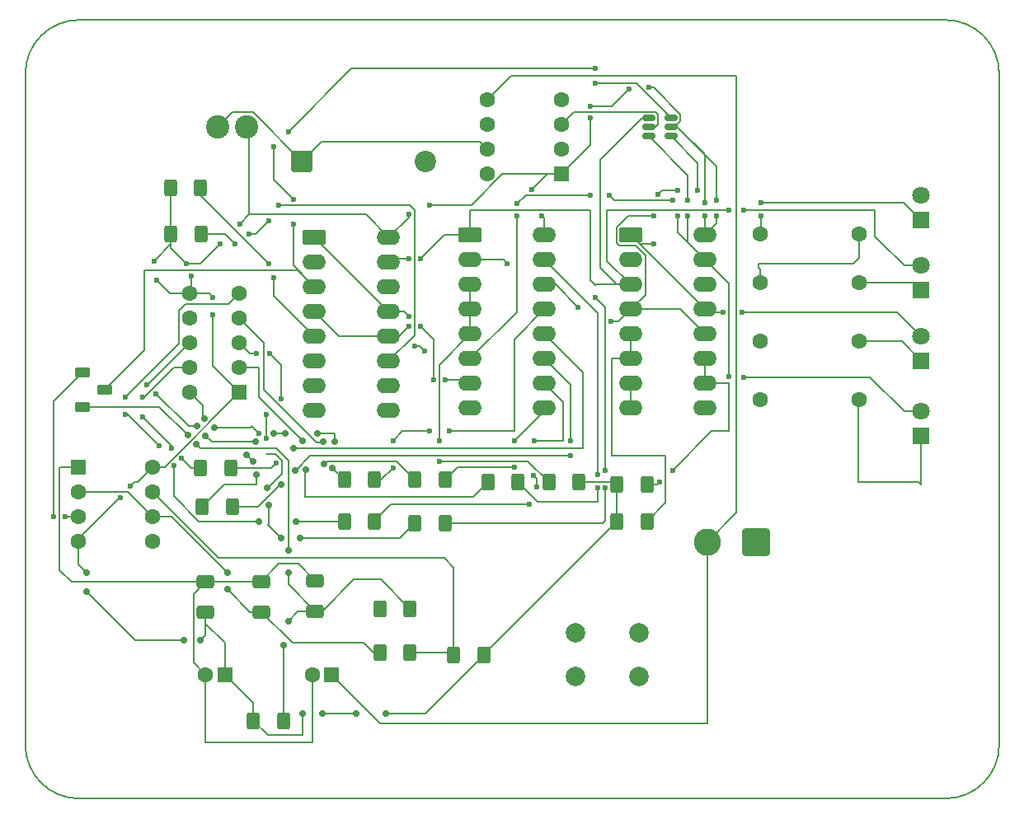
<source format=gbr>
%TF.GenerationSoftware,KiCad,Pcbnew,9.0.3*%
%TF.CreationDate,2025-12-16T09:58:50+01:00*%
%TF.ProjectId,PTP_Ivan_Brajkovic_Project1AAA,5054505f-4976-4616-9e5f-4272616a6b6f,rev?*%
%TF.SameCoordinates,Original*%
%TF.FileFunction,Copper,L1,Top*%
%TF.FilePolarity,Positive*%
%FSLAX46Y46*%
G04 Gerber Fmt 4.6, Leading zero omitted, Abs format (unit mm)*
G04 Created by KiCad (PCBNEW 9.0.3) date 2025-12-16 09:58:50*
%MOMM*%
%LPD*%
G01*
G04 APERTURE LIST*
G04 Aperture macros list*
%AMRoundRect*
0 Rectangle with rounded corners*
0 $1 Rounding radius*
0 $2 $3 $4 $5 $6 $7 $8 $9 X,Y pos of 4 corners*
0 Add a 4 corners polygon primitive as box body*
4,1,4,$2,$3,$4,$5,$6,$7,$8,$9,$2,$3,0*
0 Add four circle primitives for the rounded corners*
1,1,$1+$1,$2,$3*
1,1,$1+$1,$4,$5*
1,1,$1+$1,$6,$7*
1,1,$1+$1,$8,$9*
0 Add four rect primitives between the rounded corners*
20,1,$1+$1,$2,$3,$4,$5,0*
20,1,$1+$1,$4,$5,$6,$7,0*
20,1,$1+$1,$6,$7,$8,$9,0*
20,1,$1+$1,$8,$9,$2,$3,0*%
G04 Aperture macros list end*
%TA.AperFunction,NonConductor*%
%ADD10C,0.200000*%
%TD*%
%TA.AperFunction,SMDPad,CuDef*%
%ADD11RoundRect,0.250000X-0.400000X-0.625000X0.400000X-0.625000X0.400000X0.625000X-0.400000X0.625000X0*%
%TD*%
%TA.AperFunction,SMDPad,CuDef*%
%ADD12RoundRect,0.250000X0.400000X0.625000X-0.400000X0.625000X-0.400000X-0.625000X0.400000X-0.625000X0*%
%TD*%
%TA.AperFunction,ComponentPad*%
%ADD13RoundRect,0.250000X-0.950000X-0.550000X0.950000X-0.550000X0.950000X0.550000X-0.950000X0.550000X0*%
%TD*%
%TA.AperFunction,ComponentPad*%
%ADD14O,2.400000X1.600000*%
%TD*%
%TA.AperFunction,ComponentPad*%
%ADD15RoundRect,0.250000X0.550000X0.550000X-0.550000X0.550000X-0.550000X-0.550000X0.550000X-0.550000X0*%
%TD*%
%TA.AperFunction,ComponentPad*%
%ADD16C,1.600000*%
%TD*%
%TA.AperFunction,SMDPad,CuDef*%
%ADD17RoundRect,0.250000X-0.550000X0.250000X-0.550000X-0.250000X0.550000X-0.250000X0.550000X0.250000X0*%
%TD*%
%TA.AperFunction,ComponentPad*%
%ADD18R,1.800000X1.800000*%
%TD*%
%TA.AperFunction,ComponentPad*%
%ADD19C,1.800000*%
%TD*%
%TA.AperFunction,ComponentPad*%
%ADD20C,2.000000*%
%TD*%
%TA.AperFunction,SMDPad,CuDef*%
%ADD21RoundRect,0.150000X-0.512500X-0.150000X0.512500X-0.150000X0.512500X0.150000X-0.512500X0.150000X0*%
%TD*%
%TA.AperFunction,ComponentPad*%
%ADD22RoundRect,0.250001X1.149999X1.149999X-1.149999X1.149999X-1.149999X-1.149999X1.149999X-1.149999X0*%
%TD*%
%TA.AperFunction,ComponentPad*%
%ADD23C,2.800000*%
%TD*%
%TA.AperFunction,ComponentPad*%
%ADD24RoundRect,0.250000X-0.550000X-0.550000X0.550000X-0.550000X0.550000X0.550000X-0.550000X0.550000X0*%
%TD*%
%TA.AperFunction,ComponentPad*%
%ADD25RoundRect,0.249999X-0.850001X-0.850001X0.850001X-0.850001X0.850001X0.850001X-0.850001X0.850001X0*%
%TD*%
%TA.AperFunction,ComponentPad*%
%ADD26C,2.200000*%
%TD*%
%TA.AperFunction,SMDPad,CuDef*%
%ADD27RoundRect,0.250000X-0.650000X0.412500X-0.650000X-0.412500X0.650000X-0.412500X0.650000X0.412500X0*%
%TD*%
%TA.AperFunction,ComponentPad*%
%ADD28R,1.600000X1.600000*%
%TD*%
%TA.AperFunction,SMDPad,CuDef*%
%ADD29RoundRect,0.250000X0.650000X-0.412500X0.650000X0.412500X-0.650000X0.412500X-0.650000X-0.412500X0*%
%TD*%
%TA.AperFunction,ComponentPad*%
%ADD30C,2.400000*%
%TD*%
%TA.AperFunction,ViaPad*%
%ADD31C,0.700000*%
%TD*%
%TA.AperFunction,ViaPad*%
%ADD32C,0.600000*%
%TD*%
%TA.AperFunction,Conductor*%
%ADD33C,0.200000*%
%TD*%
G04 APERTURE END LIST*
D10*
X132000000Y-130500000D02*
X132000000Y-61500000D01*
X132000000Y-61500000D02*
G75*
G02*
X137500000Y-56000000I5500000J0D01*
G01*
X226500000Y-56000000D02*
G75*
G02*
X232000000Y-61500000I0J-5500000D01*
G01*
X137500000Y-136000000D02*
G75*
G02*
X132000000Y-130500000I0J5500000D01*
G01*
X226500000Y-136000000D02*
X137500000Y-136000000D01*
X232000000Y-130500000D02*
G75*
G02*
X226500000Y-136000000I-5500000J0D01*
G01*
X137500000Y-56000000D02*
X226500000Y-56000000D01*
X232000000Y-61500000D02*
X232000000Y-130500000D01*
D11*
%TO.P,R10,1*%
%TO.N,+5V*%
X146950000Y-78000000D03*
%TO.P,R10,2*%
%TO.N,Net-(U2B-J)*%
X150050000Y-78000000D03*
%TD*%
D12*
%TO.P,R5,1*%
%TO.N,Net-(U4-a)*%
X167850000Y-103250000D03*
%TO.P,R5,2*%
%TO.N,Net-(U5-A)*%
X164750000Y-103250000D03*
%TD*%
D13*
%TO.P,U3,1,Q*%
%TO.N,Q2*%
X194190000Y-78110000D03*
D14*
%TO.P,U3,2,~{Q}*%
%TO.N,unconnected-(U3A-~{Q}-Pad2)*%
X194190000Y-80650000D03*
%TO.P,U3,3,C*%
%TO.N,Q1*%
X194190000Y-83190000D03*
%TO.P,U3,4,R*%
%TO.N,Reset*%
X194190000Y-85730000D03*
%TO.P,U3,5,K*%
%TO.N,Net-(U3A-J)*%
X194190000Y-88270000D03*
%TO.P,U3,6,J*%
X194190000Y-90810000D03*
%TO.P,U3,7,S*%
%TO.N,GND*%
X194190000Y-93350000D03*
%TO.P,U3,8,VSS*%
X194190000Y-95890000D03*
%TO.P,U3,9,S*%
X201810000Y-95890000D03*
%TO.P,U3,10,J*%
%TO.N,Net-(U3B-J)*%
X201810000Y-93350000D03*
%TO.P,U3,11,K*%
X201810000Y-90810000D03*
%TO.P,U3,12,R*%
%TO.N,Reset*%
X201810000Y-88270000D03*
%TO.P,U3,13,C*%
%TO.N,Q2*%
X201810000Y-85730000D03*
%TO.P,U3,14,~{Q}*%
%TO.N,unconnected-(U3B-~{Q}-Pad14)*%
X201810000Y-83190000D03*
%TO.P,U3,15,Q*%
%TO.N,Q3*%
X201810000Y-80650000D03*
%TO.P,U3,16,VDD*%
%TO.N,+5V*%
X201810000Y-78110000D03*
%TD*%
D15*
%TO.P,U1,1,FB*%
%TO.N,+5V*%
X187055000Y-71810000D03*
D16*
%TO.P,U1,2,SGND*%
%TO.N,GND*%
X187055000Y-69270000D03*
%TO.P,U1,3,~{ON}/OFF*%
X187055000Y-66730000D03*
%TO.P,U1,4,PGND*%
X187055000Y-64190000D03*
%TO.P,U1,5,VIN*%
%TO.N,VD*%
X179435000Y-64190000D03*
%TO.P,U1,6,NC*%
%TO.N,unconnected-(U1-NC-Pad6)*%
X179435000Y-66730000D03*
%TO.P,U1,7,OUT*%
%TO.N,Net-(D4-K)*%
X179435000Y-69270000D03*
%TO.P,U1,8,NC*%
%TO.N,unconnected-(U1-NC-Pad8)*%
X179435000Y-71810000D03*
%TD*%
D11*
%TO.P,R9,1*%
%TO.N,+5V*%
X146900000Y-73250000D03*
%TO.P,R9,2*%
%TO.N,Net-(U2A-J)*%
X150000000Y-73250000D03*
%TD*%
D12*
%TO.P,R18,1*%
%TO.N,Net-(U4-g)*%
X175100000Y-107750000D03*
%TO.P,R18,2*%
%TO.N,Net-(U5-G)*%
X172000000Y-107750000D03*
%TD*%
D17*
%TO.P,SW2,1,C*%
%TO.N,555*%
X137850000Y-92250000D03*
%TO.P,SW2,2,B*%
%TO.N,Clock*%
X140150000Y-94000000D03*
%TO.P,SW2,3,A*%
%TO.N,Net-(SW2-A)*%
X137850000Y-95750000D03*
%TD*%
D18*
%TO.P,D2,1,K*%
%TO.N,Net-(D2-K)*%
X224000000Y-83775000D03*
D19*
%TO.P,D2,2,A*%
%TO.N,Q1*%
X224000000Y-81235000D03*
%TD*%
D12*
%TO.P,R16,1*%
%TO.N,Net-(U4-e)*%
X175100000Y-103250000D03*
%TO.P,R16,2*%
%TO.N,Net-(U5-E)*%
X172000000Y-103250000D03*
%TD*%
D16*
%TO.P,R4,1*%
%TO.N,Net-(D5-K)*%
X217580000Y-95000000D03*
%TO.P,R4,2*%
%TO.N,GND*%
X207420000Y-95000000D03*
%TD*%
D12*
%TO.P,R15,1*%
%TO.N,+5V*%
X188850000Y-103500000D03*
%TO.P,R15,2*%
%TO.N,Net-(U4-BI)*%
X185750000Y-103500000D03*
%TD*%
D20*
%TO.P,SW1,1*%
%TO.N,N/C*%
X188500000Y-119000000D03*
X195000000Y-119000000D03*
%TO.P,SW1,2*%
X188500000Y-123500000D03*
X195000000Y-123500000D03*
%TD*%
D21*
%TO.P,U6,1,A*%
%TO.N,Q1*%
X196000000Y-66050000D03*
%TO.P,U6,2,GND*%
%TO.N,GND*%
X196000000Y-67000000D03*
%TO.P,U6,3,B*%
%TO.N,Q3*%
X196000000Y-67950000D03*
%TO.P,U6,4,Y*%
%TO.N,Reset*%
X198275000Y-67950000D03*
%TO.P,U6,5,VCC*%
%TO.N,+5V*%
X198275000Y-67000000D03*
%TO.P,U6,6,C*%
%TO.N,Clock*%
X198275000Y-66050000D03*
%TD*%
D11*
%TO.P,R12,1*%
%TO.N,+5V*%
X192750000Y-103750000D03*
%TO.P,R12,2*%
%TO.N,Net-(U3B-J)*%
X195850000Y-103750000D03*
%TD*%
D16*
%TO.P,R2,1*%
%TO.N,Net-(D2-K)*%
X217580000Y-83000000D03*
%TO.P,R2,2*%
%TO.N,GND*%
X207420000Y-83000000D03*
%TD*%
D18*
%TO.P,D3,1,K*%
%TO.N,Net-(D3-K)*%
X224000000Y-91000000D03*
D19*
%TO.P,D3,2,A*%
%TO.N,Q2*%
X224000000Y-88460000D03*
%TD*%
D22*
%TO.P,J1,1,Pin_1*%
%TO.N,GND*%
X207000000Y-109632500D03*
D23*
%TO.P,J1,2,Pin_2*%
%TO.N,VD*%
X202000000Y-109632500D03*
%TD*%
D12*
%TO.P,R6,1*%
%TO.N,Net-(U4-b)*%
X153100000Y-102000000D03*
%TO.P,R6,2*%
%TO.N,Net-(U5-B)*%
X150000000Y-102000000D03*
%TD*%
D24*
%TO.P,U7,1,GND*%
%TO.N,GND*%
X137445000Y-101940000D03*
D16*
%TO.P,U7,2,TR*%
%TO.N,Net-(U7-THR)*%
X137445000Y-104480000D03*
%TO.P,U7,3,Q*%
%TO.N,555*%
X137445000Y-107020000D03*
%TO.P,U7,4,R*%
%TO.N,+5V*%
X137445000Y-109560000D03*
%TO.P,U7,5,CV*%
%TO.N,unconnected-(U7-CV-Pad5)*%
X145065000Y-109560000D03*
%TO.P,U7,6,THR*%
%TO.N,Net-(U7-THR)*%
X145065000Y-107020000D03*
%TO.P,U7,7,DIS*%
%TO.N,Net-(U7-DIS)*%
X145065000Y-104480000D03*
%TO.P,U7,8,VCC*%
%TO.N,+5V*%
X145065000Y-101940000D03*
%TD*%
D15*
%TO.P,C1,1*%
%TO.N,VD*%
X163455113Y-123250000D03*
D16*
%TO.P,C1,2*%
%TO.N,GND*%
X161455113Y-123250000D03*
%TD*%
D12*
%TO.P,R20,1*%
%TO.N,Net-(U7-DIS)*%
X171500000Y-121000000D03*
%TO.P,R20,2*%
%TO.N,Net-(U7-THR)*%
X168400000Y-121000000D03*
%TD*%
D25*
%TO.P,D4,1,K*%
%TO.N,Net-(D4-K)*%
X160400000Y-70500000D03*
D26*
%TO.P,D4,2,A*%
%TO.N,GND*%
X173100000Y-70500000D03*
%TD*%
D27*
%TO.P,C3,1*%
%TO.N,GND*%
X161750000Y-113625000D03*
%TO.P,C3,2*%
%TO.N,Net-(SW2-A)*%
X161750000Y-116750000D03*
%TD*%
D13*
%TO.P,U2,1,Q*%
%TO.N,Q0*%
X161690000Y-78360000D03*
D14*
%TO.P,U2,2,~{Q}*%
%TO.N,unconnected-(U2A-~{Q}-Pad2)*%
X161690000Y-80900000D03*
%TO.P,U2,3,C*%
%TO.N,Clock*%
X161690000Y-83440000D03*
%TO.P,U2,4,R*%
%TO.N,Reset*%
X161690000Y-85980000D03*
%TO.P,U2,5,K*%
%TO.N,Net-(U2A-J)*%
X161690000Y-88520000D03*
%TO.P,U2,6,J*%
X161690000Y-91060000D03*
%TO.P,U2,7,S*%
%TO.N,GND*%
X161690000Y-93600000D03*
%TO.P,U2,8,VSS*%
X161690000Y-96140000D03*
%TO.P,U2,9,S*%
X169310000Y-96140000D03*
%TO.P,U2,10,J*%
%TO.N,Net-(U2B-J)*%
X169310000Y-93600000D03*
%TO.P,U2,11,K*%
X169310000Y-91060000D03*
%TO.P,U2,12,R*%
%TO.N,Reset*%
X169310000Y-88520000D03*
%TO.P,U2,13,C*%
%TO.N,Q0*%
X169310000Y-85980000D03*
%TO.P,U2,14,~{Q}*%
%TO.N,unconnected-(U2B-~{Q}-Pad14)*%
X169310000Y-83440000D03*
%TO.P,U2,15,Q*%
%TO.N,Q1*%
X169310000Y-80900000D03*
%TO.P,U2,16,VDD*%
%TO.N,+5V*%
X169310000Y-78360000D03*
%TD*%
D28*
%TO.P,U5,1,CA*%
%TO.N,+5V*%
X153967500Y-94267500D03*
D16*
%TO.P,U5,2,F*%
%TO.N,Net-(U5-F)*%
X153967500Y-91727500D03*
%TO.P,U5,3,G*%
%TO.N,Net-(U5-G)*%
X153967500Y-89187500D03*
%TO.P,U5,4,E*%
%TO.N,Net-(U5-E)*%
X153967500Y-86647500D03*
%TO.P,U5,5,D*%
%TO.N,Net-(U5-D)*%
X153967500Y-84107500D03*
%TO.P,U5,6,CA*%
%TO.N,+5V*%
X148887500Y-84107500D03*
%TO.P,U5,7,DP*%
%TO.N,unconnected-(U5-DP-Pad7)*%
X148887500Y-86647500D03*
%TO.P,U5,8,C*%
%TO.N,Net-(U5-C)*%
X148887500Y-89187500D03*
%TO.P,U5,9,B*%
%TO.N,Net-(U5-B)*%
X148887500Y-91727500D03*
%TO.P,U5,10,A*%
%TO.N,Net-(U5-A)*%
X148887500Y-94267500D03*
%TD*%
D29*
%TO.P,C5,1*%
%TO.N,Net-(U7-THR)*%
X156250000Y-116812500D03*
%TO.P,C5,2*%
%TO.N,GND*%
X156250000Y-113687500D03*
%TD*%
D12*
%TO.P,R19,1*%
%TO.N,+5V*%
X179100000Y-121250000D03*
%TO.P,R19,2*%
%TO.N,Net-(U7-DIS)*%
X176000000Y-121250000D03*
%TD*%
D16*
%TO.P,R1,1*%
%TO.N,Net-(D1-K)*%
X207420000Y-78000000D03*
%TO.P,R1,2*%
%TO.N,GND*%
X217580000Y-78000000D03*
%TD*%
D11*
%TO.P,R7,1*%
%TO.N,+5V*%
X155400000Y-128000000D03*
%TO.P,R7,2*%
%TO.N,Net-(SW2-A)*%
X158500000Y-128000000D03*
%TD*%
D12*
%TO.P,R8,1*%
%TO.N,Net-(U4-c)*%
X153250000Y-106000000D03*
%TO.P,R8,2*%
%TO.N,Net-(U5-C)*%
X150150000Y-106000000D03*
%TD*%
D30*
%TO.P,L1,1*%
%TO.N,Net-(D4-K)*%
X151750000Y-67000000D03*
%TO.P,L1,2*%
%TO.N,+5V*%
X154750000Y-67000000D03*
%TD*%
D11*
%TO.P,R13,1*%
%TO.N,Net-(SW1B-D)*%
X168400000Y-116500000D03*
%TO.P,R13,2*%
%TO.N,Net-(SW2-A)*%
X171500000Y-116500000D03*
%TD*%
%TO.P,R11,1*%
%TO.N,+5V*%
X192750000Y-107500000D03*
%TO.P,R11,2*%
%TO.N,Net-(U3A-J)*%
X195850000Y-107500000D03*
%TD*%
D29*
%TO.P,C4,1*%
%TO.N,+5V*%
X150500000Y-116875000D03*
%TO.P,C4,2*%
%TO.N,GND*%
X150500000Y-113750000D03*
%TD*%
D15*
%TO.P,C2,1*%
%TO.N,+5V*%
X152500000Y-123250000D03*
D16*
%TO.P,C2,2*%
%TO.N,GND*%
X150500000Y-123250000D03*
%TD*%
D12*
%TO.P,R14,1*%
%TO.N,Net-(U4-d)*%
X167850000Y-107500000D03*
%TO.P,R14,2*%
%TO.N,Net-(U5-D)*%
X164750000Y-107500000D03*
%TD*%
D18*
%TO.P,D1,1,K*%
%TO.N,Net-(D1-K)*%
X224000000Y-76540000D03*
D19*
%TO.P,D1,2,A*%
%TO.N,QO*%
X224000000Y-74000000D03*
%TD*%
D12*
%TO.P,R17,1*%
%TO.N,Net-(U4-f)*%
X182600000Y-103500000D03*
%TO.P,R17,2*%
%TO.N,Net-(U5-F)*%
X179500000Y-103500000D03*
%TD*%
D18*
%TO.P,D5,1,K*%
%TO.N,Net-(D5-K)*%
X224000000Y-98775000D03*
D19*
%TO.P,D5,2,A*%
%TO.N,Q3*%
X224000000Y-96235000D03*
%TD*%
D16*
%TO.P,R3,1*%
%TO.N,Net-(D3-K)*%
X217580000Y-89000000D03*
%TO.P,R3,2*%
%TO.N,GND*%
X207420000Y-89000000D03*
%TD*%
D13*
%TO.P,U4,1,B*%
%TO.N,Q1*%
X177690000Y-78110000D03*
D14*
%TO.P,U4,2,C*%
%TO.N,Q2*%
X177690000Y-80650000D03*
%TO.P,U4,3,LT*%
%TO.N,Net-(U4-BI)*%
X177690000Y-83190000D03*
%TO.P,U4,4,BI*%
X177690000Y-85730000D03*
%TO.P,U4,5,RBI*%
X177690000Y-88270000D03*
%TO.P,U4,6,D*%
%TO.N,Q3*%
X177690000Y-90810000D03*
%TO.P,U4,7,A*%
%TO.N,Q0*%
X177690000Y-93350000D03*
%TO.P,U4,8,GND*%
%TO.N,GND*%
X177690000Y-95890000D03*
%TO.P,U4,9,e*%
%TO.N,Net-(U4-e)*%
X185310000Y-95890000D03*
%TO.P,U4,10,d*%
%TO.N,Net-(U4-d)*%
X185310000Y-93350000D03*
%TO.P,U4,11,c*%
%TO.N,Net-(U4-c)*%
X185310000Y-90810000D03*
%TO.P,U4,12,b*%
%TO.N,Net-(U4-b)*%
X185310000Y-88270000D03*
%TO.P,U4,13,a*%
%TO.N,Net-(U4-a)*%
X185310000Y-85730000D03*
%TO.P,U4,14,g*%
%TO.N,Net-(U4-g)*%
X185310000Y-83190000D03*
%TO.P,U4,15,f*%
%TO.N,Net-(U4-f)*%
X185310000Y-80650000D03*
%TO.P,U4,16,VCC*%
%TO.N,+5V*%
X185310000Y-78110000D03*
%TD*%
D31*
%TO.N,Net-(U5-C)*%
X149607880Y-97707880D03*
X150500000Y-98700000D03*
%TO.N,Net-(SW2-A)*%
X148657880Y-98657880D03*
X149577120Y-99577120D03*
%TO.N,Net-(U5-A)*%
X151400000Y-97900000D03*
X150357880Y-96957880D03*
%TO.N,Net-(U5-C)*%
X155675000Y-99325000D03*
X155400000Y-101350000D03*
X155700000Y-102700000D03*
X154700000Y-100650000D03*
%TO.N,Net-(U5-F)*%
X160800000Y-102200000D03*
X160475000Y-99225000D03*
%TO.N,Net-(U4-b)*%
X159500000Y-100000000D03*
%TO.N,Net-(U5-A)*%
X157500000Y-98500000D03*
X158700000Y-98500000D03*
X162000000Y-98500000D03*
%TO.N,Net-(U5-E)*%
X162600000Y-99350000D03*
%TO.N,Net-(U5-A)*%
X163800000Y-99350000D03*
%TO.N,Net-(U5-E)*%
X162695014Y-101597507D03*
%TO.N,Net-(U5-A)*%
X163500000Y-102000000D03*
%TO.N,Net-(U4-c)*%
X158300000Y-103700000D03*
X159700000Y-102300000D03*
%TO.N,Net-(U5-G)*%
X156959620Y-105859620D03*
X156800000Y-104100000D03*
%TO.N,Net-(U5-D)*%
X156000000Y-107500000D03*
X159750000Y-107500000D03*
%TO.N,Net-(U5-G)*%
X160250000Y-109250000D03*
X158250000Y-109250000D03*
%TO.N,Net-(SW2-A)*%
X159000000Y-112750000D03*
X159000000Y-110500000D03*
%TO.N,+5V*%
X138250000Y-112750000D03*
X138250000Y-114750000D03*
%TO.N,Net-(U7-THR)*%
X152750000Y-112750000D03*
X152750000Y-114500000D03*
%TO.N,+5V*%
X148250000Y-119750000D03*
X150000000Y-119750000D03*
%TO.N,Net-(SW2-A)*%
X159000000Y-117750000D03*
X158500000Y-120250000D03*
%TO.N,+5V*%
X160500000Y-127250000D03*
X162500000Y-127250000D03*
X166000000Y-127250000D03*
X169000000Y-127250000D03*
D32*
%TO.N,Q2*%
X181500000Y-81000000D03*
X196500000Y-79000000D03*
%TO.N,+5V*%
X173500000Y-75000000D03*
X171400000Y-76000000D03*
%TO.N,Reset*%
X192100000Y-87000000D03*
X173000000Y-90000000D03*
X172000000Y-89500000D03*
X171400000Y-87500000D03*
%TO.N,Q0*%
X175100000Y-93000000D03*
X173900000Y-93000000D03*
X171400000Y-86500000D03*
X172600000Y-87500000D03*
%TO.N,Q1*%
X172600000Y-80500000D03*
X171400000Y-80500000D03*
%TO.N,+5V*%
X154000000Y-77000000D03*
X152000000Y-79000000D03*
X185000000Y-76100000D03*
X184000000Y-73400000D03*
X190000000Y-66049000D03*
X190000000Y-64849000D03*
X194000000Y-63100000D03*
X196036765Y-62963235D03*
X203000000Y-76100000D03*
X203000000Y-74500000D03*
%TO.N,Clock*%
X159500000Y-77000000D03*
X159500000Y-74400000D03*
X157500000Y-69000000D03*
X159000000Y-67500000D03*
X190500000Y-61000000D03*
X190500000Y-62500000D03*
%TO.N,Reset*%
X196500000Y-76100000D03*
X197000000Y-73900000D03*
X199000000Y-73500000D03*
X201000000Y-73500000D03*
%TO.N,Q3*%
X200000000Y-76100000D03*
X200000000Y-74500000D03*
X198500000Y-74500000D03*
X192000000Y-74000000D03*
X199000000Y-76100000D03*
X182500000Y-74900000D03*
X182500000Y-76100000D03*
X190000000Y-74000000D03*
%TO.N,Net-(U2B-J)*%
X158000000Y-75000000D03*
X157000000Y-76600000D03*
X155000000Y-78000000D03*
X153500000Y-79000000D03*
%TO.N,+5V*%
X149000000Y-82350000D03*
X148500000Y-81000000D03*
%TO.N,Net-(U2A-J)*%
X157500000Y-82500000D03*
X157000000Y-81000000D03*
%TO.N,+5V*%
X141750000Y-105080000D03*
X201750000Y-76100000D03*
X145500000Y-82750000D03*
X151250000Y-86250000D03*
X142779661Y-103936724D03*
X201750000Y-74750000D03*
X151250000Y-84500000D03*
X145250000Y-80750000D03*
%TO.N,Net-(D1-K)*%
X207500000Y-76100000D03*
X207500000Y-74750000D03*
%TO.N,Q1*%
X205750000Y-75500000D03*
X204250000Y-75500000D03*
%TO.N,Q2*%
X205600000Y-86000000D03*
X203650000Y-86000000D03*
%TO.N,Q3*%
X204250000Y-92650000D03*
X205750000Y-92750000D03*
%TO.N,Net-(U4-a)*%
X175500000Y-98250000D03*
X169750000Y-99250000D03*
X173500000Y-98250000D03*
X169750000Y-102000000D03*
%TO.N,Net-(U5-A)*%
X156000000Y-98500000D03*
%TO.N,Net-(U4-b)*%
X157750000Y-101500000D03*
%TO.N,Net-(U5-B)*%
X144000000Y-96750000D03*
X148041765Y-101041765D03*
X144000000Y-94750000D03*
X147000000Y-100000000D03*
%TO.N,Net-(U5-C)*%
X145424265Y-94424265D03*
X144500000Y-93500000D03*
%TO.N,Net-(U4-c)*%
X188000000Y-100750000D03*
X188000000Y-99250000D03*
%TO.N,Net-(U3B-J)*%
X197150000Y-103500000D03*
X198500000Y-102250000D03*
%TO.N,Net-(U5-D)*%
X142250000Y-94750000D03*
X145750000Y-99750000D03*
X142250000Y-96500000D03*
X147291765Y-101791765D03*
%TO.N,Net-(U4-d)*%
X184200735Y-102799265D03*
X183750000Y-105750000D03*
X184250000Y-99250000D03*
X184500000Y-104000000D03*
%TO.N,Net-(U4-BI)*%
X174500000Y-101350000D03*
X174500000Y-99250000D03*
%TO.N,Net-(U4-e)*%
X182250000Y-99250000D03*
X182250000Y-101950000D03*
%TO.N,Net-(U4-f)*%
X190750000Y-104100000D03*
X190750000Y-102750000D03*
%TO.N,Net-(U4-g)*%
X190500000Y-84500000D03*
X188750000Y-85500000D03*
X191550003Y-104100000D03*
X191500000Y-102250000D03*
%TO.N,Net-(U5-G)*%
X156750000Y-99000000D03*
X155750000Y-90250000D03*
X158299265Y-94950735D03*
X157100000Y-90250000D03*
X156750000Y-96500000D03*
%TO.N,555*%
X134900000Y-107000000D03*
X136100000Y-107000000D03*
%TD*%
D33*
%TO.N,Net-(U5-C)*%
X149565760Y-97750000D02*
X148750000Y-97750000D01*
X149607880Y-97707880D02*
X149565760Y-97750000D01*
X150498950Y-98698950D02*
X150500000Y-98700000D01*
X151125000Y-99325000D02*
X150498950Y-98698950D01*
%TO.N,Net-(SW2-A)*%
X148657880Y-98657880D02*
X145750000Y-95750000D01*
X150000000Y-100000000D02*
X149577120Y-99577120D01*
%TO.N,Net-(U5-A)*%
X150250000Y-96850000D02*
X150250000Y-95630000D01*
X150357880Y-96957880D02*
X150250000Y-96850000D01*
X155100000Y-97900000D02*
X151400000Y-97900000D01*
X155250000Y-97750000D02*
X155100000Y-97900000D01*
%TO.N,Net-(U5-C)*%
X155675000Y-99325000D02*
X151125000Y-99325000D01*
X155400000Y-101350000D02*
X154700000Y-100650000D01*
X155700000Y-103700000D02*
X155700000Y-102700000D01*
X155750000Y-103750000D02*
X155700000Y-103700000D01*
%TO.N,Net-(U5-F)*%
X160750000Y-102250000D02*
X160800000Y-102200000D01*
X160750000Y-105000000D02*
X160750000Y-102250000D01*
X160475000Y-99225000D02*
X156000000Y-94750000D01*
%TO.N,Net-(U5-A)*%
X158700000Y-98500000D02*
X157500000Y-98500000D01*
X163800000Y-98500000D02*
X162000000Y-98500000D01*
%TO.N,Net-(U5-E)*%
X162550000Y-99400000D02*
X162600000Y-99350000D01*
X161900000Y-99400000D02*
X162550000Y-99400000D01*
%TO.N,Net-(U5-A)*%
X163800000Y-98500000D02*
X163800000Y-99350000D01*
%TO.N,Net-(U5-E)*%
X162942521Y-101350000D02*
X162695014Y-101597507D01*
X170100000Y-101350000D02*
X162942521Y-101350000D01*
%TO.N,Net-(U4-c)*%
X158200000Y-103700000D02*
X158300000Y-103700000D01*
X155900000Y-106000000D02*
X158200000Y-103700000D01*
%TO.N,Net-(U5-G)*%
X156959620Y-107788910D02*
X156959620Y-105859620D01*
X156874265Y-107874265D02*
X156959620Y-107788910D01*
X156900000Y-104100000D02*
X156800000Y-104100000D01*
X158351000Y-102649000D02*
X156900000Y-104100000D01*
%TO.N,Net-(U5-D)*%
X149838840Y-107500000D02*
X156000000Y-107500000D01*
%TO.N,Net-(U5-G)*%
X170500000Y-109250000D02*
X160250000Y-109250000D01*
%TO.N,Net-(SW2-A)*%
X159000000Y-114000000D02*
X159000000Y-112750000D01*
%TO.N,Net-(U7-THR)*%
X147020000Y-107020000D02*
X152750000Y-112750000D01*
X146682500Y-107020000D02*
X147020000Y-107020000D01*
%TO.N,Net-(SW2-A)*%
X160000000Y-116750000D02*
X159000000Y-117750000D01*
%TO.N,+5V*%
X162500000Y-127250000D02*
X162250000Y-127250000D01*
%TO.N,Q2*%
X181150000Y-80650000D02*
X177690000Y-80650000D01*
X181500000Y-81000000D02*
X181150000Y-80650000D01*
X195080000Y-79000000D02*
X196500000Y-79000000D01*
X194190000Y-78110000D02*
X195080000Y-79000000D01*
%TO.N,Net-(U3B-J)*%
X201810000Y-90810000D02*
X201810000Y-93350000D01*
%TO.N,Net-(U4-BI)*%
X177690000Y-83190000D02*
X177690000Y-88270000D01*
%TO.N,+5V*%
X177802050Y-75000000D02*
X180992050Y-71810000D01*
X173500000Y-75000000D02*
X177802050Y-75000000D01*
X180992050Y-71810000D02*
X187055000Y-71810000D01*
X171400000Y-76270000D02*
X171400000Y-76000000D01*
X169310000Y-78360000D02*
X171400000Y-76270000D01*
%TO.N,Reset*%
X192920000Y-87000000D02*
X194190000Y-85730000D01*
X192100000Y-87000000D02*
X192920000Y-87000000D01*
X172500000Y-89500000D02*
X173000000Y-90000000D01*
X172000000Y-89500000D02*
X172500000Y-89500000D01*
X170380000Y-88520000D02*
X171400000Y-87500000D01*
X169310000Y-88520000D02*
X170380000Y-88520000D01*
X164230000Y-88520000D02*
X161690000Y-85980000D01*
X169310000Y-88520000D02*
X164230000Y-88520000D01*
%TO.N,Q0*%
X175100000Y-93000000D02*
X177340000Y-93000000D01*
X173900000Y-88800000D02*
X173900000Y-93000000D01*
X172600000Y-87500000D02*
X173900000Y-88800000D01*
X177340000Y-93000000D02*
X177690000Y-93350000D01*
X169310000Y-85980000D02*
X170880000Y-85980000D01*
X170880000Y-85980000D02*
X171400000Y-86500000D01*
%TO.N,Q1*%
X174990000Y-78110000D02*
X177690000Y-78110000D01*
X172600000Y-80500000D02*
X174990000Y-78110000D01*
X169710000Y-80500000D02*
X171400000Y-80500000D01*
X169310000Y-80900000D02*
X169710000Y-80500000D01*
%TO.N,+5V*%
X150000000Y-81000000D02*
X148500000Y-81000000D01*
X155000000Y-76000000D02*
X154000000Y-77000000D01*
X152000000Y-79000000D02*
X150000000Y-81000000D01*
X185310000Y-76410000D02*
X185310000Y-78110000D01*
X185000000Y-76100000D02*
X185310000Y-76410000D01*
X185590000Y-71810000D02*
X184000000Y-73400000D01*
X187055000Y-71810000D02*
X185590000Y-71810000D01*
X190000000Y-68865000D02*
X187055000Y-71810000D01*
X190000000Y-66049000D02*
X190000000Y-68865000D01*
X192251000Y-64849000D02*
X190000000Y-64849000D01*
X194000000Y-63100000D02*
X192251000Y-64849000D01*
X196492703Y-62963235D02*
X196036765Y-62963235D01*
X199238500Y-65709032D02*
X196492703Y-62963235D01*
X199238500Y-66390968D02*
X199238500Y-65709032D01*
X198629468Y-67000000D02*
X199238500Y-66390968D01*
X198275000Y-67000000D02*
X198629468Y-67000000D01*
X203000000Y-76920000D02*
X201810000Y-78110000D01*
X203000000Y-76100000D02*
X203000000Y-76920000D01*
X203000000Y-71062500D02*
X203000000Y-74500000D01*
X198937500Y-67000000D02*
X203000000Y-71062500D01*
X198275000Y-67000000D02*
X198937500Y-67000000D01*
%TO.N,Clock*%
X159500000Y-81250000D02*
X161690000Y-83440000D01*
X159500000Y-77000000D02*
X159500000Y-81250000D01*
X157500000Y-69000000D02*
X157500000Y-72400000D01*
X165500000Y-61000000D02*
X159000000Y-67500000D01*
X190500000Y-61000000D02*
X165500000Y-61000000D01*
X194725000Y-62500000D02*
X190500000Y-62500000D01*
X198275000Y-66050000D02*
X194725000Y-62500000D01*
X157500000Y-72400000D02*
X159500000Y-74400000D01*
%TO.N,Reset*%
X195691000Y-84229000D02*
X194190000Y-85730000D01*
X195691000Y-80191000D02*
X195691000Y-84229000D01*
X194711000Y-79211000D02*
X195691000Y-80191000D01*
X193004840Y-79211000D02*
X194711000Y-79211000D01*
X192689000Y-78895160D02*
X193004840Y-79211000D01*
X192689000Y-77324840D02*
X192689000Y-78895160D01*
X193913840Y-76100000D02*
X192689000Y-77324840D01*
X196500000Y-76100000D02*
X193913840Y-76100000D01*
X197400000Y-73500000D02*
X197000000Y-73900000D01*
X199000000Y-73500000D02*
X197400000Y-73500000D01*
X201000000Y-70675000D02*
X201000000Y-73500000D01*
X198275000Y-67950000D02*
X201000000Y-70675000D01*
%TO.N,Q3*%
X200000000Y-78840000D02*
X201810000Y-80650000D01*
X200000000Y-76100000D02*
X200000000Y-78840000D01*
X200000000Y-71950000D02*
X200000000Y-74500000D01*
X196000000Y-67950000D02*
X200000000Y-71950000D01*
X199000000Y-76100000D02*
X199000000Y-77840000D01*
X192500000Y-74500000D02*
X198500000Y-74500000D01*
X199000000Y-77840000D02*
X201810000Y-80650000D01*
X192000000Y-74000000D02*
X192500000Y-74500000D01*
X183400000Y-74000000D02*
X190000000Y-74000000D01*
X182500000Y-74900000D02*
X183400000Y-74000000D01*
X182500000Y-86000000D02*
X182500000Y-76100000D01*
X177690000Y-90810000D02*
X182500000Y-86000000D01*
%TO.N,GND*%
X196703468Y-65449000D02*
X188336000Y-65449000D01*
X196963500Y-65709032D02*
X196703468Y-65449000D01*
X196662499Y-67000000D02*
X196963500Y-66698999D01*
X196000000Y-67000000D02*
X196662499Y-67000000D01*
X196963500Y-66698999D02*
X196963500Y-65709032D01*
X188336000Y-65449000D02*
X187055000Y-66730000D01*
%TO.N,Q0*%
X161690000Y-78360000D02*
X169310000Y-85980000D01*
%TO.N,Net-(U2B-J)*%
X172000000Y-75500000D02*
X172000000Y-88370000D01*
X171500000Y-75000000D02*
X172000000Y-75500000D01*
X158000000Y-75000000D02*
X171500000Y-75000000D01*
X155600000Y-78000000D02*
X157000000Y-76600000D01*
X172000000Y-88370000D02*
X169310000Y-91060000D01*
X155000000Y-78000000D02*
X155600000Y-78000000D01*
X152500000Y-78000000D02*
X153500000Y-79000000D01*
X150050000Y-78000000D02*
X152500000Y-78000000D01*
%TO.N,+5V*%
X149000000Y-82350000D02*
X149000000Y-83995000D01*
X149000000Y-83995000D02*
X148887500Y-84107500D01*
X146950000Y-79450000D02*
X148500000Y-81000000D01*
X146950000Y-78000000D02*
X146950000Y-79450000D01*
%TO.N,Net-(U2A-J)*%
X157500000Y-84330000D02*
X161690000Y-88520000D01*
X157500000Y-82500000D02*
X157500000Y-84330000D01*
X150000000Y-74000000D02*
X157000000Y-81000000D01*
X150000000Y-73250000D02*
X150000000Y-74000000D01*
%TO.N,Net-(D4-K)*%
X162429999Y-68470001D02*
X160400000Y-70500000D01*
X178635001Y-68470001D02*
X162429999Y-68470001D01*
X179435000Y-69270000D02*
X178635001Y-68470001D01*
X155399000Y-65499000D02*
X160400000Y-70500000D01*
X153251000Y-65499000D02*
X155399000Y-65499000D01*
X151750000Y-67000000D02*
X153251000Y-65499000D01*
%TO.N,+5V*%
X155000000Y-67250000D02*
X155000000Y-76000000D01*
X166950000Y-76000000D02*
X169310000Y-78360000D01*
X154750000Y-67000000D02*
X155000000Y-67250000D01*
X155000000Y-76000000D02*
X166950000Y-76000000D01*
%TO.N,GND*%
X194190000Y-93350000D02*
X194190000Y-95890000D01*
X207250000Y-81500000D02*
X207420000Y-81670000D01*
X137445000Y-101940000D02*
X135560000Y-101940000D01*
X150562500Y-113687500D02*
X150500000Y-113750000D01*
X161455113Y-130205113D02*
X161500000Y-130250000D01*
X150500000Y-123250000D02*
X149299000Y-122049000D01*
X149299000Y-114951000D02*
X150500000Y-113750000D01*
X217000000Y-81000000D02*
X207250000Y-81000000D01*
X136750000Y-113750000D02*
X150500000Y-113750000D01*
X207420000Y-81670000D02*
X207420000Y-83000000D01*
X158038500Y-111899000D02*
X156250000Y-113687500D01*
X135560000Y-101940000D02*
X135500000Y-102000000D01*
X160024000Y-111899000D02*
X158038500Y-111899000D01*
X156250000Y-113687500D02*
X150562500Y-113687500D01*
X161455113Y-123250000D02*
X161250000Y-123455113D01*
X161455113Y-123250000D02*
X161455113Y-130205113D01*
X150500000Y-130250000D02*
X150500000Y-123250000D01*
X161750000Y-113625000D02*
X160024000Y-111899000D01*
X161500000Y-130250000D02*
X150500000Y-130250000D01*
X207250000Y-81000000D02*
X207250000Y-81500000D01*
X149299000Y-122049000D02*
X149299000Y-114951000D01*
X217580000Y-78000000D02*
X217500000Y-78000000D01*
X217580000Y-80420000D02*
X217000000Y-81000000D01*
X135500000Y-112500000D02*
X136750000Y-113750000D01*
X217580000Y-78000000D02*
X217580000Y-80420000D01*
X135500000Y-102000000D02*
X135500000Y-112500000D01*
X137445000Y-101940000D02*
X137445000Y-101945000D01*
%TO.N,VD*%
X202000000Y-109632500D02*
X205000000Y-106632500D01*
X181875000Y-61750000D02*
X179435000Y-64190000D01*
X205000000Y-61750000D02*
X181875000Y-61750000D01*
X205000000Y-106632500D02*
X205000000Y-61750000D01*
X168455113Y-128250000D02*
X202000000Y-128250000D01*
X202000000Y-128250000D02*
X202000000Y-109632500D01*
X163455113Y-123250000D02*
X168455113Y-128250000D01*
%TO.N,+5V*%
X192500000Y-103500000D02*
X192750000Y-103750000D01*
X137445000Y-109305000D02*
X141670000Y-105080000D01*
X160500000Y-127250000D02*
X160500000Y-129500000D01*
X145065000Y-101940000D02*
X146295000Y-101940000D01*
X173100000Y-127250000D02*
X169000000Y-127250000D01*
X145250000Y-80750000D02*
X146950000Y-79050000D01*
X201750000Y-69812501D02*
X198937499Y-67000000D01*
X142779661Y-103936724D02*
X143216385Y-103500000D01*
X143216385Y-103500000D02*
X143505000Y-103500000D01*
X151250000Y-91550000D02*
X153967500Y-94267500D01*
X150857500Y-84107500D02*
X151250000Y-84500000D01*
X150500000Y-116875000D02*
X150500000Y-119250000D01*
X156900000Y-129500000D02*
X155400000Y-128000000D01*
X146950000Y-79050000D02*
X146950000Y-78000000D01*
X138250000Y-112750000D02*
X137445000Y-111945000D01*
X201810000Y-78110000D02*
X201810000Y-76160000D01*
X137445000Y-111945000D02*
X137445000Y-109560000D01*
X160500000Y-129500000D02*
X156900000Y-129500000D01*
X148887500Y-84107500D02*
X150857500Y-84107500D01*
X188850000Y-103500000D02*
X192500000Y-103500000D01*
X148250000Y-119750000D02*
X143250000Y-119750000D01*
X201750000Y-74750000D02*
X201750000Y-69812501D01*
X143505000Y-103500000D02*
X145065000Y-101940000D01*
X201810000Y-76160000D02*
X201750000Y-76100000D01*
X150500000Y-116875000D02*
X150500000Y-118000000D01*
X152500000Y-120000000D02*
X152500000Y-123250000D01*
X179100000Y-121250000D02*
X173100000Y-127250000D01*
X146950000Y-77950000D02*
X146900000Y-77900000D01*
X146857500Y-84107500D02*
X145500000Y-82750000D01*
X143250000Y-119750000D02*
X138250000Y-114750000D01*
X166000000Y-127250000D02*
X162500000Y-127250000D01*
X146295000Y-101940000D02*
X153967500Y-94267500D01*
X137445000Y-109560000D02*
X137445000Y-109305000D01*
X146950000Y-78000000D02*
X146950000Y-77950000D01*
X155400000Y-128000000D02*
X155400000Y-126150000D01*
X146900000Y-77900000D02*
X146900000Y-73250000D01*
X151250000Y-86250000D02*
X151250000Y-91550000D01*
X148887500Y-84107500D02*
X146857500Y-84107500D01*
X150500000Y-118000000D02*
X152500000Y-120000000D01*
X198937499Y-67000000D02*
X198275000Y-67000000D01*
X192750000Y-107500000D02*
X192750000Y-103750000D01*
X150500000Y-119250000D02*
X150000000Y-119750000D01*
X141670000Y-105080000D02*
X141750000Y-105080000D01*
X179100000Y-121150000D02*
X192750000Y-107500000D01*
X155400000Y-126150000D02*
X152500000Y-123250000D01*
X179100000Y-121250000D02*
X179100000Y-121150000D01*
%TO.N,Net-(SW2-A)*%
X158500000Y-128000000D02*
X158500000Y-120250000D01*
X159000000Y-101250000D02*
X159000000Y-110500000D01*
X171500000Y-116500000D02*
X168500000Y-113500000D01*
X168500000Y-113500000D02*
X165750000Y-113500000D01*
X162500000Y-116750000D02*
X161750000Y-116750000D01*
X160000000Y-116750000D02*
X161750000Y-116750000D01*
X150000000Y-100000000D02*
X157750000Y-100000000D01*
X157750000Y-100000000D02*
X159000000Y-101250000D01*
X137850000Y-95750000D02*
X145750000Y-95750000D01*
X165750000Y-113500000D02*
X162500000Y-116750000D01*
X159000000Y-114000000D02*
X161750000Y-116750000D01*
%TO.N,Net-(U7-THR)*%
X166750000Y-120000000D02*
X167750000Y-121000000D01*
X145065000Y-107020000D02*
X146682500Y-107020000D01*
X167750000Y-121000000D02*
X168400000Y-121000000D01*
X142525000Y-104480000D02*
X145065000Y-107020000D01*
X159437500Y-120000000D02*
X166750000Y-120000000D01*
X152750000Y-114500000D02*
X155062500Y-116812500D01*
X156250000Y-116812500D02*
X159437500Y-120000000D01*
X137445000Y-104480000D02*
X142525000Y-104480000D01*
X155062500Y-116812500D02*
X156250000Y-116812500D01*
%TO.N,Net-(D1-K)*%
X222210000Y-74750000D02*
X207500000Y-74750000D01*
X224000000Y-76540000D02*
X222210000Y-74750000D01*
X207500000Y-76100000D02*
X207500000Y-77920000D01*
X207500000Y-77920000D02*
X207420000Y-78000000D01*
%TO.N,Q1*%
X191750000Y-75500000D02*
X191750000Y-80750000D01*
X190000000Y-82750000D02*
X190000000Y-75500000D01*
X191750000Y-80750000D02*
X194190000Y-83190000D01*
X190560000Y-83190000D02*
X190500000Y-83250000D01*
X194190000Y-83190000D02*
X192690000Y-83190000D01*
X192690000Y-83190000D02*
X191000000Y-81500000D01*
X195337501Y-66050000D02*
X196000000Y-66050000D01*
X219250000Y-78250000D02*
X219250000Y-75500000D01*
X219750000Y-78750000D02*
X219250000Y-78250000D01*
X224000000Y-81235000D02*
X222235000Y-81235000D01*
X191000000Y-81500000D02*
X191000000Y-70387501D01*
X222235000Y-81235000D02*
X219750000Y-78750000D01*
X204250000Y-75500000D02*
X191750000Y-75500000D01*
X177690000Y-75560000D02*
X177690000Y-78110000D01*
X191000000Y-70387501D02*
X195337501Y-66050000D01*
X190000000Y-75500000D02*
X177750000Y-75500000D01*
X219250000Y-75500000D02*
X205750000Y-75500000D01*
X194190000Y-83190000D02*
X190560000Y-83190000D01*
X190500000Y-83250000D02*
X190000000Y-82750000D01*
X177750000Y-75500000D02*
X177690000Y-75560000D01*
%TO.N,Net-(D2-K)*%
X217580000Y-83000000D02*
X223225000Y-83000000D01*
X223225000Y-83000000D02*
X224000000Y-83775000D01*
%TO.N,Q2*%
X203650000Y-86000000D02*
X202080000Y-86000000D01*
X194190000Y-78110000D02*
X201810000Y-85730000D01*
X202080000Y-86000000D02*
X201810000Y-85730000D01*
X224000000Y-88460000D02*
X221540000Y-86000000D01*
X221540000Y-86000000D02*
X205600000Y-86000000D01*
%TO.N,Net-(D3-K)*%
X222000000Y-89000000D02*
X224000000Y-91000000D01*
X217580000Y-89000000D02*
X222000000Y-89000000D01*
%TO.N,Net-(D5-K)*%
X217500000Y-103500000D02*
X223750000Y-103500000D01*
X217500000Y-95000000D02*
X217500000Y-103500000D01*
X217580000Y-95000000D02*
X217500000Y-95000000D01*
X223750000Y-103500000D02*
X224000000Y-103750000D01*
X224000000Y-103750000D02*
X224000000Y-98775000D01*
%TO.N,Q3*%
X204250000Y-83090000D02*
X201810000Y-80650000D01*
X204250000Y-92650000D02*
X204250000Y-83090000D01*
X218750000Y-92750000D02*
X205750000Y-92750000D01*
X222235000Y-96235000D02*
X218750000Y-92750000D01*
X224000000Y-96235000D02*
X222235000Y-96235000D01*
%TO.N,Net-(U4-a)*%
X182250000Y-88790000D02*
X185310000Y-85730000D01*
X170750000Y-98250000D02*
X173500000Y-98250000D01*
X175500000Y-98250000D02*
X182250000Y-98250000D01*
X169750000Y-99250000D02*
X170750000Y-98250000D01*
X167850000Y-103250000D02*
X168500000Y-103250000D01*
X168500000Y-103250000D02*
X169750000Y-102000000D01*
X182250000Y-98250000D02*
X182250000Y-88790000D01*
%TO.N,Net-(U5-A)*%
X156000000Y-98500000D02*
X155250000Y-97750000D01*
X158750000Y-98500000D02*
X158700000Y-98500000D01*
X164750000Y-103250000D02*
X163500000Y-102000000D01*
X150250000Y-95630000D02*
X148887500Y-94267500D01*
%TO.N,Net-(U4-b)*%
X189250000Y-92210000D02*
X185310000Y-88270000D01*
X189250000Y-100000000D02*
X189250000Y-92210000D01*
X159500000Y-100000000D02*
X189250000Y-100000000D01*
X153100000Y-102000000D02*
X157250000Y-102000000D01*
X157250000Y-102000000D02*
X157750000Y-101500000D01*
%TO.N,Net-(U5-B)*%
X144000000Y-94750000D02*
X144250000Y-94750000D01*
X147000000Y-99750000D02*
X144000000Y-96750000D01*
X147000000Y-100000000D02*
X147000000Y-99750000D01*
X150000000Y-102000000D02*
X149000000Y-102000000D01*
X147272500Y-91727500D02*
X148887500Y-91727500D01*
X149000000Y-102000000D02*
X148041765Y-101041765D01*
X144250000Y-94750000D02*
X147272500Y-91727500D01*
%TO.N,Net-(U5-C)*%
X144575000Y-93500000D02*
X148887500Y-89187500D01*
X152400000Y-103750000D02*
X155750000Y-103750000D01*
X144500000Y-93500000D02*
X144575000Y-93500000D01*
X148750000Y-97750000D02*
X145424265Y-94424265D01*
X150150000Y-106000000D02*
X152400000Y-103750000D01*
%TO.N,Net-(U4-c)*%
X161250000Y-100750000D02*
X188000000Y-100750000D01*
X188000000Y-93500000D02*
X185310000Y-90810000D01*
X188000000Y-99250000D02*
X188000000Y-93500000D01*
X153250000Y-106000000D02*
X155900000Y-106000000D01*
X159750000Y-102250000D02*
X161250000Y-100750000D01*
%TO.N,Net-(U3A-J)*%
X197750000Y-105600000D02*
X197750000Y-100750000D01*
X195850000Y-107500000D02*
X197750000Y-105600000D01*
X192250000Y-90750000D02*
X192310000Y-90810000D01*
X192310000Y-90810000D02*
X194190000Y-90810000D01*
X197750000Y-100750000D02*
X192250000Y-100750000D01*
X192250000Y-100750000D02*
X192250000Y-90750000D01*
X194190000Y-88270000D02*
X194190000Y-90810000D01*
%TO.N,Net-(U3B-J)*%
X204250000Y-98250000D02*
X204250000Y-93250000D01*
X204150000Y-93350000D02*
X201810000Y-93350000D01*
X195850000Y-103750000D02*
X196900000Y-103750000D01*
X196900000Y-103750000D02*
X197150000Y-103500000D01*
X198500000Y-102250000D02*
X202500000Y-98250000D01*
X204250000Y-93250000D02*
X204150000Y-93350000D01*
X202500000Y-98250000D02*
X204250000Y-98250000D01*
%TO.N,Net-(U5-D)*%
X142250000Y-94750000D02*
X147786500Y-89213500D01*
X152866500Y-85208500D02*
X153967500Y-84107500D01*
X148431450Y-85208500D02*
X152866500Y-85208500D01*
X145750000Y-99750000D02*
X142500000Y-96500000D01*
X149838840Y-107500000D02*
X147291765Y-104952925D01*
X147786500Y-85853450D02*
X148431450Y-85208500D01*
X164750000Y-107500000D02*
X159750000Y-107500000D01*
X147291765Y-104952925D02*
X147291765Y-101791765D01*
X147786500Y-89213500D02*
X147786500Y-85853450D01*
X142500000Y-96500000D02*
X142250000Y-96500000D01*
%TO.N,Net-(U4-d)*%
X184250000Y-99250000D02*
X187250000Y-99250000D01*
X169500000Y-105750000D02*
X183750000Y-105750000D01*
X167850000Y-107500000D02*
X167750000Y-107500000D01*
X184500000Y-104000000D02*
X184500000Y-103098530D01*
X184500000Y-103098530D02*
X184200735Y-102799265D01*
X167750000Y-107500000D02*
X169500000Y-105750000D01*
X187250000Y-95290000D02*
X185310000Y-93350000D01*
X187250000Y-99250000D02*
X187250000Y-95290000D01*
%TO.N,Net-(U4-BI)*%
X174500000Y-99250000D02*
X174500000Y-91460000D01*
X185750000Y-103500000D02*
X183600000Y-101350000D01*
X183600000Y-101350000D02*
X174500000Y-101350000D01*
X174500000Y-91460000D02*
X177690000Y-88270000D01*
%TO.N,Net-(U5-E)*%
X161900000Y-99400000D02*
X156500000Y-94000000D01*
X156500000Y-94000000D02*
X156500000Y-89180000D01*
X172000000Y-103250000D02*
X170100000Y-101350000D01*
X156500000Y-89180000D02*
X153967500Y-86647500D01*
%TO.N,Net-(U4-e)*%
X185310000Y-96190000D02*
X185310000Y-95890000D01*
X176400000Y-101950000D02*
X182250000Y-101950000D01*
X182250000Y-99250000D02*
X185310000Y-96190000D01*
X175100000Y-103250000D02*
X176400000Y-101950000D01*
%TO.N,Net-(U4-f)*%
X184600000Y-105500000D02*
X190750000Y-105500000D01*
X190750000Y-86090000D02*
X185310000Y-80650000D01*
X190750000Y-102750000D02*
X190750000Y-86090000D01*
X190750000Y-105500000D02*
X190750000Y-104100000D01*
X182600000Y-103500000D02*
X184600000Y-105500000D01*
%TO.N,Net-(U5-F)*%
X178000000Y-105000000D02*
X160750000Y-105000000D01*
X160500000Y-99250000D02*
X160475000Y-99225000D01*
X156000000Y-91750000D02*
X155750000Y-91750000D01*
X155750000Y-91750000D02*
X155727500Y-91727500D01*
X179500000Y-103500000D02*
X178000000Y-105000000D01*
X155727500Y-91727500D02*
X153967500Y-91727500D01*
X156000000Y-94750000D02*
X156000000Y-91750000D01*
%TO.N,Net-(U4-g)*%
X175100000Y-107750000D02*
X191250000Y-107750000D01*
X191250000Y-107750000D02*
X191550003Y-107449997D01*
X186440000Y-83190000D02*
X185310000Y-83190000D01*
X188750000Y-85500000D02*
X186440000Y-83190000D01*
X191550003Y-107449997D02*
X191550003Y-104100000D01*
X191500000Y-102250000D02*
X191500000Y-85500000D01*
X191500000Y-85500000D02*
X190500000Y-84500000D01*
%TO.N,Net-(U5-G)*%
X158299265Y-94950735D02*
X158299265Y-91449265D01*
X155030000Y-90250000D02*
X153967500Y-89187500D01*
X158299265Y-91449265D02*
X157100000Y-90250000D01*
X172000000Y-107750000D02*
X170500000Y-109250000D01*
X158250000Y-109250000D02*
X156874265Y-107874265D01*
X156750000Y-99000000D02*
X156750000Y-96500000D01*
X158351000Y-102649000D02*
X158351000Y-101251057D01*
X155750000Y-90250000D02*
X155030000Y-90250000D01*
X158351000Y-101251057D02*
X157699943Y-100600000D01*
X157699943Y-100600000D02*
X156750000Y-100600000D01*
%TO.N,Net-(U7-DIS)*%
X176000000Y-112250000D02*
X176000000Y-121250000D01*
X145065000Y-104480000D02*
X151835000Y-111250000D01*
X175750000Y-121000000D02*
X176000000Y-121250000D01*
X171500000Y-121000000D02*
X175750000Y-121000000D01*
X151835000Y-111250000D02*
X175000000Y-111250000D01*
X175000000Y-111250000D02*
X176000000Y-112250000D01*
%TO.N,555*%
X134900000Y-95200000D02*
X137850000Y-92250000D01*
X137445000Y-107020000D02*
X137480000Y-107020000D01*
X137500000Y-107000000D02*
X136000000Y-107000000D01*
X137480000Y-107020000D02*
X137500000Y-107000000D01*
X134900000Y-107000000D02*
X134900000Y-95200000D01*
X136000000Y-107000000D02*
X136100000Y-107000000D01*
%TO.N,Clock*%
X160000000Y-81750000D02*
X161690000Y-83440000D01*
X144250000Y-89900000D02*
X144250000Y-81750000D01*
X140150000Y-94000000D02*
X144250000Y-89900000D01*
X144250000Y-81750000D02*
X160000000Y-81750000D01*
%TO.N,Reset*%
X194190000Y-85730000D02*
X199270000Y-85730000D01*
X199270000Y-85730000D02*
X201810000Y-88270000D01*
%TD*%
M02*

</source>
